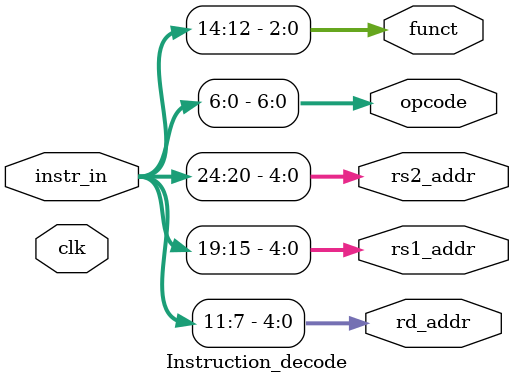
<source format=v>
`timescale 1ns / 1ps


module Instruction_decode(
    input  clk, 
    input  [31:0]instr_in,
    output [4:0]rd_addr,
    output [4:0]rs1_addr,
    output [4:0]rs2_addr,
    output [6:0]opcode,
    output [2:0]funct
    );

       assign opcode   = instr_in[6:0];
       assign funct    = instr_in[14:12];
       assign rd_addr  = instr_in[11:7];
       assign rs1_addr = instr_in[19:15];
       assign rs2_addr = instr_in[24:20];
   
endmodule

</source>
